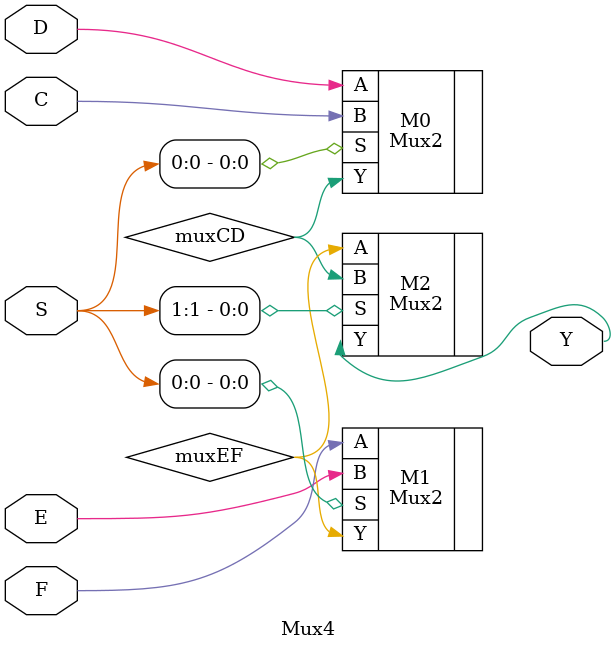
<source format=v>
/*
 * Mux4.v
 * 
 * "Four way multiplexer- for more complex selection"
 */
module Mux4 (
    // Input signals.
    input        C,
    input        D,
	 input        E,
	 input        F,
    
    // Control signal.
    input [1:0]  S,
    
    // Output signal.
    output       Y
);

////////////////////////////////////////////////////////////////////////////////
// -- Internal Signals/Wires -- //
////////////////////////////////////////////////////////////////////////////////

// Intermediate mux wires.
wire       muxCD, muxEF; 

////////////////////////////////////////////////////////////////////////////////
// -- Connections/Comb Logic -- //
////////////////////////////////////////////////////////////////////////////////

//------------------------------------------------------------------------------
// Drive output based on selection.
Mux2 M0 (
	.A(D),     // Select x1? Pass D (01)
	.B(C),     // No (x0)?   Pass C (00)
	.S(S[0]),
	.Y(muxCD)
);
Mux2 M1 (
	.A(F),     // Select x1? Pass F (11)
	.B(E),     // No (x0)?   Pass E (10)
	.S(S[0]),
	.Y(muxEF)
);
Mux2 M2 (
	.A(muxEF), // Select 1x? Process E (10) and F (11)
	.B(muxCD), // No (0x)?   Process C (00) and D (01)
	.S(S[1]),
	.Y(Y)
);

endmodule

</source>
